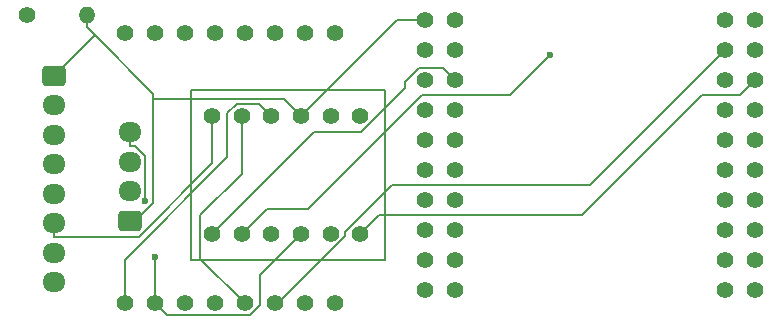
<source format=gbr>
%TF.GenerationSoftware,KiCad,Pcbnew,8.0.6*%
%TF.CreationDate,2024-11-24T10:07:13-07:00*%
%TF.ProjectId,Pellet Stove PCB,50656c6c-6574-4205-9374-6f7665205043,rev?*%
%TF.SameCoordinates,Original*%
%TF.FileFunction,Copper,L2,Bot*%
%TF.FilePolarity,Positive*%
%FSLAX46Y46*%
G04 Gerber Fmt 4.6, Leading zero omitted, Abs format (unit mm)*
G04 Created by KiCad (PCBNEW 8.0.6) date 2024-11-24 10:07:13*
%MOMM*%
%LPD*%
G01*
G04 APERTURE LIST*
G04 Aperture macros list*
%AMRoundRect*
0 Rectangle with rounded corners*
0 $1 Rounding radius*
0 $2 $3 $4 $5 $6 $7 $8 $9 X,Y pos of 4 corners*
0 Add a 4 corners polygon primitive as box body*
4,1,4,$2,$3,$4,$5,$6,$7,$8,$9,$2,$3,0*
0 Add four circle primitives for the rounded corners*
1,1,$1+$1,$2,$3*
1,1,$1+$1,$4,$5*
1,1,$1+$1,$6,$7*
1,1,$1+$1,$8,$9*
0 Add four rect primitives between the rounded corners*
20,1,$1+$1,$2,$3,$4,$5,0*
20,1,$1+$1,$4,$5,$6,$7,0*
20,1,$1+$1,$6,$7,$8,$9,0*
20,1,$1+$1,$8,$9,$2,$3,0*%
G04 Aperture macros list end*
%TA.AperFunction,EtchedComponent*%
%ADD10C,0.200000*%
%TD*%
%TA.AperFunction,ComponentPad*%
%ADD11C,1.400000*%
%TD*%
%TA.AperFunction,ComponentPad*%
%ADD12RoundRect,0.250000X0.725000X-0.600000X0.725000X0.600000X-0.725000X0.600000X-0.725000X-0.600000X0*%
%TD*%
%TA.AperFunction,ComponentPad*%
%ADD13O,1.950000X1.700000*%
%TD*%
%TA.AperFunction,ComponentPad*%
%ADD14RoundRect,0.250000X-0.725000X0.600000X-0.725000X-0.600000X0.725000X-0.600000X0.725000X0.600000X0*%
%TD*%
%TA.AperFunction,ComponentPad*%
%ADD15O,1.400000X1.400000*%
%TD*%
%TA.AperFunction,ViaPad*%
%ADD16C,0.600000*%
%TD*%
%TA.AperFunction,Conductor*%
%ADD17C,0.200000*%
%TD*%
G04 APERTURE END LIST*
%TO.C,J2*%
D10*
X113540000Y-104440000D02*
X129940000Y-104440000D01*
X129940000Y-118840000D01*
X113540000Y-118840000D01*
X113540000Y-104440000D01*
%TD*%
D11*
%TO.P,J1,1,1*%
%TO.N,unconnected-(J1-Pad1)*%
X125690000Y-99650000D03*
%TO.P,J1,2,2*%
%TO.N,unconnected-(J1-Pad2)*%
X123150000Y-99650000D03*
%TO.P,J1,3,3*%
%TO.N,unconnected-(J1-Pad3)*%
X120610000Y-99650000D03*
%TO.P,J1,4,4*%
%TO.N,unconnected-(J1-Pad4)*%
X118070000Y-99650000D03*
%TO.P,J1,5,5*%
%TO.N,unconnected-(J1-Pad5)*%
X115530000Y-99650000D03*
%TO.P,J1,6,6*%
%TO.N,unconnected-(J1-Pad6)*%
X112990000Y-99650000D03*
%TO.P,J1,7,7*%
%TO.N,unconnected-(J1-Pad7)*%
X110450000Y-99650000D03*
%TO.P,J1,8,8*%
%TO.N,unconnected-(J1-Pad8)*%
X107910000Y-99650000D03*
%TO.P,J1,9,9*%
%TO.N,Net-(J2-HV)*%
X107910000Y-122510000D03*
%TO.P,J1,10,10*%
%TO.N,GND*%
X110450000Y-122510000D03*
%TO.P,J1,11,11*%
%TO.N,unconnected-(J1-Pad11)*%
X112990000Y-122510000D03*
%TO.P,J1,12,12*%
%TO.N,unconnected-(J1-Pad12)*%
X115530000Y-122510000D03*
%TO.P,J1,13,13*%
%TO.N,Net-(J2-HV2)*%
X118070000Y-122510000D03*
%TO.P,J1,14,14*%
%TO.N,Net-(U1-RXD)*%
X120610000Y-122510000D03*
%TO.P,J1,15,15*%
%TO.N,unconnected-(J1-Pad15)*%
X123150000Y-122510000D03*
%TO.P,J1,16,16*%
%TO.N,unconnected-(J1-Pad16)*%
X125690000Y-122510000D03*
%TD*%
D12*
%TO.P,J6,1,Pin_1*%
%TO.N,GND*%
X108350000Y-115550000D03*
D13*
%TO.P,J6,2,Pin_2*%
%TO.N,Net-(J6-Pin_2)*%
X108350000Y-113050000D03*
%TO.P,J6,3,Pin_3*%
%TO.N,Net-(J6-Pin_3)*%
X108350000Y-110550000D03*
%TO.P,J6,4,Pin_4*%
%TO.N,Net-(J2-3.3v)*%
X108350000Y-108050000D03*
%TD*%
D14*
%TO.P,J4,1,Pin_1*%
%TO.N,GND*%
X101940000Y-103260000D03*
D13*
%TO.P,J4,2,Pin_2*%
%TO.N,Net-(J2-HV3)*%
X101940000Y-105760000D03*
%TO.P,J4,3,Pin_3*%
%TO.N,unconnected-(J4-Pin_3-Pad3)*%
X101940000Y-108260000D03*
%TO.P,J4,4,Pin_4*%
%TO.N,Net-(J4-Pin_4)*%
X101940000Y-110760000D03*
%TO.P,J4,5,Pin_5*%
%TO.N,Net-(J2-HV4)*%
X101940000Y-113260000D03*
%TO.P,J4,6,Pin_6*%
%TO.N,Net-(J2-HV1)*%
X101940000Y-115760000D03*
%TO.P,J4,7,Pin_7*%
%TO.N,Net-(J4-Pin_7)*%
X101940000Y-118260000D03*
%TO.P,J4,8,Pin_8*%
%TO.N,Net-(J4-Pin_8)*%
X101940000Y-120760000D03*
%TD*%
D11*
%TO.P,U1,1,GND*%
%TO.N,GND*%
X133320000Y-98550000D03*
%TO.P,U1,2,RST*%
%TO.N,unconnected-(U1-RST-Pad2)*%
X135860000Y-98550000D03*
%TO.P,U1,3,NC*%
%TO.N,unconnected-(U1-NC-Pad3)*%
X133320000Y-101090000D03*
%TO.P,U1,4,IO_36/SVP/A0*%
%TO.N,unconnected-(U1-IO_36{slash}SVP{slash}A0-Pad4)*%
X135860000Y-101090000D03*
%TO.P,U1,5,IO_39/SVN*%
%TO.N,unconnected-(U1-IO_39{slash}SVN-Pad5)*%
X133320000Y-103630000D03*
%TO.P,U1,6,IO_26/D0*%
%TO.N,Net-(J2-LV1)*%
X135860000Y-103630000D03*
%TO.P,U1,7,IO_35*%
%TO.N,unconnected-(U1-IO_35-Pad7)*%
X133320000Y-106170000D03*
%TO.P,U1,8,IO_18/D5*%
%TO.N,unconnected-(U1-IO_18{slash}D5-Pad8)*%
X135860000Y-106170000D03*
%TO.P,U1,9,IO_33*%
%TO.N,Net-(J6-Pin_3)*%
X133320000Y-108710000D03*
%TO.P,U1,10,IO_19/D6*%
%TO.N,unconnected-(U1-IO_19{slash}D6-Pad10)*%
X135860000Y-108710000D03*
%TO.P,U1,11,IO_34*%
%TO.N,unconnected-(U1-IO_34-Pad11)*%
X133320000Y-111250000D03*
%TO.P,U1,12,IO_23/D7*%
%TO.N,Net-(J4-Pin_7)*%
X135860000Y-111250000D03*
%TO.P,U1,13,IO_14/TMS*%
%TO.N,unconnected-(U1-IO_14{slash}TMS-Pad13)*%
X133320000Y-113790000D03*
%TO.P,U1,14,IO_05/D8*%
%TO.N,Net-(J6-Pin_2)*%
X135860000Y-113790000D03*
%TO.P,U1,15,NC*%
%TO.N,unconnected-(U1-NC-Pad15)*%
X133320000Y-116330000D03*
%TO.P,U1,16,3V3*%
%TO.N,Net-(J2-3.3v)*%
X135860000Y-116330000D03*
%TO.P,U1,17,IO_09/SD2*%
%TO.N,unconnected-(U1-IO_09{slash}SD2-Pad17)*%
X133320000Y-118870000D03*
%TO.P,U1,18,IO_13/TCK*%
%TO.N,unconnected-(U1-IO_13{slash}TCK-Pad18)*%
X135860000Y-118870000D03*
%TO.P,U1,19,CMD*%
%TO.N,unconnected-(U1-CMD-Pad19)*%
X133320000Y-121410000D03*
%TO.P,U1,20,IO_10/SD3*%
%TO.N,unconnected-(U1-IO_10{slash}SD3-Pad20)*%
X135860000Y-121410000D03*
%TO.P,U1,21,TXD*%
%TO.N,Net-(J2-LV2)*%
X158720000Y-98550000D03*
%TO.P,U1,22,GND*%
%TO.N,GND*%
X161260000Y-98550000D03*
%TO.P,U1,23,RXD*%
%TO.N,Net-(U1-RXD)*%
X158720000Y-101090000D03*
%TO.P,U1,24,IO_27*%
%TO.N,Net-(J4-Pin_4)*%
X161260000Y-101090000D03*
%TO.P,U1,25,IO_22/D1/SCL*%
%TO.N,unconnected-(U1-IO_22{slash}D1{slash}SCL-Pad25)*%
X158720000Y-103630000D03*
%TO.P,U1,26,IO_25*%
%TO.N,Net-(J2-LV4)*%
X161260000Y-103630000D03*
%TO.P,U1,27,IO_21/D2/SDA*%
%TO.N,Net-(J2-LV3)*%
X158720000Y-106170000D03*
%TO.P,U1,28,IO_32*%
%TO.N,unconnected-(U1-IO_32-Pad28)*%
X161260000Y-106170000D03*
%TO.P,U1,29,IO_17/D3*%
%TO.N,unconnected-(U1-IO_17{slash}D3-Pad29)*%
X158720000Y-108710000D03*
%TO.P,U1,30,IO_12/TDI*%
%TO.N,unconnected-(U1-IO_12{slash}TDI-Pad30)*%
X161260000Y-108710000D03*
%TO.P,U1,31,IO_16/D4*%
%TO.N,Net-(J4-Pin_8)*%
X158720000Y-111250000D03*
%TO.P,U1,32,IO_04*%
%TO.N,unconnected-(U1-IO_04-Pad32)*%
X161260000Y-111250000D03*
%TO.P,U1,33,GND*%
%TO.N,GND*%
X158720000Y-113790000D03*
%TO.P,U1,34,IO_00*%
%TO.N,unconnected-(U1-IO_00-Pad34)*%
X161260000Y-113790000D03*
%TO.P,U1,35,VCC_(USB)*%
%TO.N,Net-(J2-HV)*%
X158720000Y-116330000D03*
%TO.P,U1,36,IO_02*%
%TO.N,unconnected-(U1-IO_02-Pad36)*%
X161260000Y-116330000D03*
%TO.P,U1,37,TD0*%
%TO.N,unconnected-(U1-TD0-Pad37)*%
X158720000Y-118870000D03*
%TO.P,U1,38,SD1*%
%TO.N,unconnected-(U1-SD1-Pad38)*%
X161260000Y-118870000D03*
%TO.P,U1,39,SD0*%
%TO.N,unconnected-(U1-SD0-Pad39)*%
X158720000Y-121410000D03*
%TO.P,U1,40,CLK*%
%TO.N,unconnected-(U1-CLK-Pad40)*%
X161260000Y-121410000D03*
%TD*%
%TO.P,J2,1,LV1*%
%TO.N,Net-(J2-LV1)*%
X115340000Y-116640000D03*
%TO.P,J2,2,LV2*%
%TO.N,Net-(J2-LV2)*%
X117840000Y-116640000D03*
%TO.P,J2,3,3.3v*%
%TO.N,Net-(J2-3.3v)*%
X120340000Y-116640000D03*
%TO.P,J2,4,GND*%
%TO.N,GND*%
X122840000Y-116640000D03*
%TO.P,J2,5,LV3*%
%TO.N,Net-(J2-LV3)*%
X125340000Y-116640000D03*
%TO.P,J2,6,LV4*%
%TO.N,Net-(J2-LV4)*%
X127840000Y-116640000D03*
%TO.P,J2,7,HV4*%
%TO.N,Net-(J2-HV4)*%
X127840000Y-106640000D03*
%TO.P,J2,8,HV3*%
%TO.N,Net-(J2-HV3)*%
X125340000Y-106640000D03*
%TO.P,J2,9,GND*%
%TO.N,GND*%
X122840000Y-106640000D03*
%TO.P,J2,10,HV*%
%TO.N,Net-(J2-HV)*%
X120340000Y-106640000D03*
%TO.P,J2,11,HV2*%
%TO.N,Net-(J2-HV2)*%
X117840000Y-106640000D03*
%TO.P,J2,12,HV1*%
%TO.N,Net-(J2-HV1)*%
X115340000Y-106640000D03*
%TD*%
%TO.P,R1,1*%
%TO.N,Net-(J2-HV4)*%
X99630000Y-98160000D03*
D15*
%TO.P,R1,2*%
%TO.N,GND*%
X104710000Y-98160000D03*
%TD*%
D16*
%TO.N,Net-(J2-LV2)*%
X143882000Y-101532000D03*
%TO.N,Net-(J2-3.3v)*%
X109647000Y-113847000D03*
%TO.N,GND*%
X110481000Y-118615000D03*
%TD*%
D17*
%TO.N,Net-(J2-HV2)*%
X114319000Y-118759000D02*
X118070000Y-122510000D01*
X114319000Y-115068000D02*
X114319000Y-118759000D01*
X117840000Y-111547000D02*
X114319000Y-115068000D01*
X117840000Y-106640000D02*
X117840000Y-111547000D01*
%TO.N,Net-(J2-HV1)*%
X115340000Y-110675000D02*
X115340000Y-106640000D01*
X109103000Y-116912000D02*
X115340000Y-110675000D01*
X101940000Y-116912000D02*
X109103000Y-116912000D01*
X101940000Y-115760000D02*
X101940000Y-116912000D01*
%TO.N,Net-(J2-LV2)*%
X119964000Y-114516000D02*
X117840000Y-116640000D01*
X123469000Y-114516000D02*
X119964000Y-114516000D01*
X133085000Y-104900000D02*
X123469000Y-114516000D01*
X140514000Y-104900000D02*
X133085000Y-104900000D01*
X143882000Y-101532000D02*
X140514000Y-104900000D01*
%TO.N,Net-(U1-RXD)*%
X120907000Y-122510000D02*
X120610000Y-122510000D01*
X126590000Y-116827000D02*
X120907000Y-122510000D01*
X126590000Y-116458000D02*
X126590000Y-116827000D01*
X130528000Y-112520000D02*
X126590000Y-116458000D01*
X147290000Y-112520000D02*
X130528000Y-112520000D01*
X158720000Y-101090000D02*
X147290000Y-112520000D01*
%TO.N,Net-(J2-3.3v)*%
X108350000Y-109202000D02*
X108350000Y-108050000D01*
X108802000Y-109202000D02*
X108350000Y-109202000D01*
X109647000Y-110047000D02*
X108802000Y-109202000D01*
X109647000Y-113847000D02*
X109647000Y-110047000D01*
%TO.N,Net-(J2-LV4)*%
X159990000Y-104900000D02*
X161260000Y-103630000D01*
X156826000Y-104900000D02*
X159990000Y-104900000D01*
X146666000Y-115060000D02*
X156826000Y-104900000D01*
X129420000Y-115060000D02*
X146666000Y-115060000D01*
X127840000Y-116640000D02*
X129420000Y-115060000D01*
%TO.N,Net-(J2-HV)*%
X119320000Y-105620000D02*
X120340000Y-106640000D01*
X117405000Y-105620000D02*
X119320000Y-105620000D01*
X116590000Y-106435000D02*
X117405000Y-105620000D01*
X116590000Y-110172000D02*
X116590000Y-106435000D01*
X107910000Y-118852000D02*
X116590000Y-110172000D01*
X107910000Y-122510000D02*
X107910000Y-118852000D01*
%TO.N,Net-(J2-LV1)*%
X134828000Y-102598000D02*
X135860000Y-103630000D01*
X132823000Y-102598000D02*
X134828000Y-102598000D01*
X131644000Y-103777000D02*
X132823000Y-102598000D01*
X131644000Y-104280000D02*
X131644000Y-103777000D01*
X127908000Y-108017000D02*
X131644000Y-104280000D01*
X123963000Y-108017000D02*
X127908000Y-108017000D01*
X115340000Y-116640000D02*
X123963000Y-108017000D01*
%TO.N,GND*%
X111465000Y-123525000D02*
X110450000Y-122510000D01*
X118483000Y-123525000D02*
X111465000Y-123525000D01*
X119340000Y-122668000D02*
X118483000Y-123525000D01*
X119340000Y-120140000D02*
X119340000Y-122668000D01*
X122840000Y-116640000D02*
X119340000Y-120140000D01*
X110336000Y-114009000D02*
X110336000Y-105200000D01*
X108795000Y-115550000D02*
X110336000Y-114009000D01*
X108350000Y-115550000D02*
X108795000Y-115550000D01*
X130930000Y-98550000D02*
X133320000Y-98550000D01*
X122840000Y-106640000D02*
X130930000Y-98550000D01*
X121400000Y-105200000D02*
X110336000Y-105200000D01*
X122840000Y-106640000D02*
X121400000Y-105200000D01*
X110450000Y-118646000D02*
X110450000Y-122510000D01*
X110481000Y-118615000D02*
X110450000Y-118646000D01*
X101940200Y-103260000D02*
X105374200Y-99826000D01*
X101940000Y-103260000D02*
X101940200Y-103260000D01*
X110336000Y-104788000D02*
X105374200Y-99826000D01*
X110336000Y-105200000D02*
X110336000Y-104788000D01*
X104710000Y-99161700D02*
X104710000Y-98160000D01*
X105374200Y-99826000D02*
X104710000Y-99161700D01*
%TD*%
M02*

</source>
